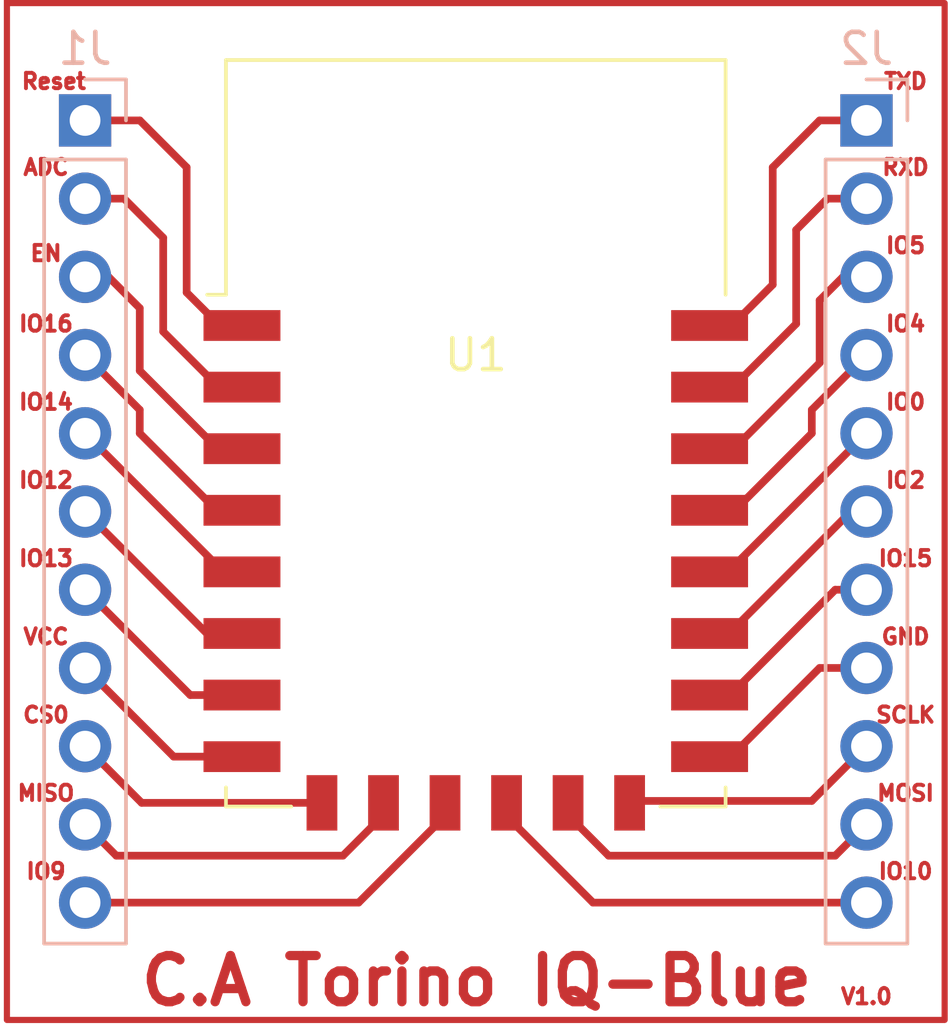
<source format=kicad_pcb>
(kicad_pcb (version 20211014) (generator pcbnew)
  (layers (0 "F.Cu" signal) (31 "B.Cu" signal) (34 "B.Paste" user) (35 "F.Paste" user) (36 "B.SilkS" user "B.Silkscreen") (37 "F.SilkS" user "F.Silkscreen") (38 "B.Mask" user) (39 "F.Mask" user) (44 "Edge.Cuts" user))
  (net 0 "")
  (net 1 "Net-(J1-Pad1)")
  (net 2 "Net-(J3-Pad1)")
  (net 3 "Net-(J2-Pad1)")
  (net 4 "Net-(J10-Pad1)")
  (net 5 "Net-(J12-Pad1)")
  (net 6 "Net-(J14-Pad1)")
  (net 7 "Net-(J13-Pad1)")
  (net 8 "VCC")
  (net 9 "Net-(J4-Pad1)")
  (net 10 "Net-(J5-Pad1)")
  (net 11 "Net-(J6-Pad1)")
  (net 12 "Net-(J7-Pad1)")
  (net 13 "Net-(J8-Pad1)")
  (net 14 "Net-(J9-Pad1)")
  (net 15 "GND")
  (net 16 "Net-(J11-Pad1)")
  (net 17 "Net-(J18-Pad1)")
  (net 18 "Net-(J20-Pad1)")
  (net 19 "Net-(J16-Pad1)")
  (net 20 "Net-(J15-Pad1)")
  (net 21 "Net-(J17-Pad1)")
  (net 22 "Net-(J19-Pad1)")
  (footprint "RF_Module:ESP-12E" (layer "F.Cu") (at 137.16 99.06)
    (fp_text reference "U1" (at 0 -2.54) (layer "F.SilkS"))
    (fp_text value "ESP-12F")
    (fp_line (start 8.12 11.5) (end 8.12 12.12) (layer "F.SilkS") (width 0.12))
    (fp_line (start 8.12 -12.12) (end 8.12 -4.5) (layer "F.SilkS") (width 0.12))
    (fp_line (start -8.12 -12.12) (end 8.12 -12.12) (layer "F.SilkS") (width 0.12))
    (fp_line (start -8.12 -4.5) (end -8.12 -12.12) (layer "F.SilkS") (width 0.12))
    (fp_line (start -6 12.12) (end -8.12 12.12) (layer "F.SilkS") (width 0.12))
    (fp_line (start -8.12 12.12) (end -8.12 11.5) (layer "F.SilkS") (width 0.12))
    (fp_line (start -8.12 -4.5) (end -8.73 -4.5) (layer "F.SilkS") (width 0.12))
    (fp_line (start 8.12 12.12) (end 6 12.12) (layer "F.SilkS") (width 0.12))
    (pad "1" smd rect (at -7.6 -3.5) (size 2.5 1) (layers "F.Cu" "F.Paste" "F.Mask") (net 1 "Net-(J1-Pad1)"))
    (pad "2" smd rect (at -7.6 -1.5) (size 2.5 1) (layers "F.Cu" "F.Paste" "F.Mask") (net 2 "Net-(J3-Pad1)"))
    (pad "3" smd rect (at -7.6 0.5) (size 2.5 1) (layers "F.Cu" "F.Paste" "F.Mask") (net 3 "Net-(J2-Pad1)"))
    (pad "4" smd rect (at -7.6 2.5) (size 2.5 1) (layers "F.Cu" "F.Paste" "F.Mask") (net 4 "Net-(J10-Pad1)"))
    (pad "5" smd rect (at -7.6 4.5) (size 2.5 1) (layers "F.Cu" "F.Paste" "F.Mask") (net 5 "Net-(J12-Pad1)"))
    (pad "6" smd rect (at -7.6 6.5) (size 2.5 1) (layers "F.Cu" "F.Paste" "F.Mask") (net 6 "Net-(J14-Pad1)"))
    (pad "7" smd rect (at -7.6 8.5) (size 2.5 1) (layers "F.Cu" "F.Paste" "F.Mask") (net 7 "Net-(J13-Pad1)"))
    (pad "8" smd rect (at -7.6 10.5) (size 2.5 1) (layers "F.Cu" "F.Paste" "F.Mask") (net 8 "VCC"))
    (pad "9" smd rect (at -5 12) (size 1 1.8) (layers "F.Cu" "F.Paste" "F.Mask") (net 9 "Net-(J4-Pad1)"))
    (pad "10" smd rect (at -3 12) (size 1 1.8) (layers "F.Cu" "F.Paste" "F.Mask") (net 10 "Net-(J5-Pad1)"))
    (pad "11" smd rect (at -1 12) (size 1 1.8) (layers "F.Cu" "F.Paste" "F.Mask") (net 11 "Net-(J6-Pad1)"))
    (pad "12" smd rect (at 1 12) (size 1 1.8) (layers "F.Cu" "F.Paste" "F.Mask") (net 12 "Net-(J7-Pad1)"))
    (pad "13" smd rect (at 3 12) (size 1 1.8) (layers "F.Cu" "F.Paste" "F.Mask") (net 13 "Net-(J8-Pad1)"))
    (pad "14" smd rect (at 5 12) (size 1 1.8) (layers "F.Cu" "F.Paste" "F.Mask") (net 14 "Net-(J9-Pad1)"))
    (pad "15" smd rect (at 7.6 10.5) (size 2.5 1) (layers "F.Cu" "F.Paste" "F.Mask") (net 15 "GND"))
    (pad "16" smd rect (at 7.6 8.5) (size 2.5 1) (layers "F.Cu" "F.Paste" "F.Mask") (net 16 "Net-(J11-Pad1)"))
    (pad "17" smd rect (at 7.6 6.5) (size 2.5 1) (layers "F.Cu" "F.Paste" "F.Mask") (net 17 "Net-(J18-Pad1)"))
    (pad "18" smd rect (at 7.6 4.5) (size 2.5 1) (layers "F.Cu" "F.Paste" "F.Mask") (net 18 "Net-(J20-Pad1)"))
    (pad "19" smd rect (at 7.6 2.5) (size 2.5 1) (layers "F.Cu" "F.Paste" "F.Mask") (net 19 "Net-(J16-Pad1)"))
    (pad "20" smd rect (at 7.6 0.5) (size 2.5 1) (layers "F.Cu" "F.Paste" "F.Mask") (net 20 "Net-(J15-Pad1)"))
    (pad "21" smd rect (at 7.6 -1.5) (size 2.5 1) (layers "F.Cu" "F.Paste" "F.Mask") (net 21 "Net-(J17-Pad1)"))
    (pad "22" smd rect (at 7.6 -3.5) (size 2.5 1) (layers "F.Cu" "F.Paste" "F.Mask") (net 22 "Net-(J19-Pad1)"))
  )
  (footprint "Connector_PinHeader_2.54mm:PinHeader_1x11_P2.54mm_Vertical" (layer "B.Cu") (at 149.86 88.9 180)
    (fp_text reference "J2" (at 0 2.33) (layer "B.SilkS") (effects (justify mirror)))
    (fp_text value "")
    (fp_line (start -1.33 -1.27) (end -1.33 -26.73) (layer "B.SilkS") (width 0.12))
    (fp_line (start -1.33 1.33) (end 0 1.33) (layer "B.SilkS") (width 0.12))
    (fp_line (start -1.33 0) (end -1.33 1.33) (layer "B.SilkS") (width 0.12))
    (fp_line (start 1.33 -1.27) (end 1.33 -26.73) (layer "B.SilkS") (width 0.12))
    (fp_line (start -1.33 -1.27) (end 1.33 -1.27) (layer "B.SilkS") (width 0.12))
    (fp_line (start -1.33 -26.73) (end 1.33 -26.73) (layer "B.SilkS") (width 0.12))
    (pad "1" thru_hole rect (at 0 0 180) (size 1.7 1.7) (drill 1) (layers *.Cu *.Mask))
    (pad "2" thru_hole oval (at 0 -2.54 180) (size 1.7 1.7) (drill 1) (layers *.Cu *.Mask))
    (pad "3" thru_hole oval (at 0 -5.08 180) (size 1.7 1.7) (drill 1) (layers *.Cu *.Mask))
    (pad "4" thru_hole oval (at 0 -7.62 180) (size 1.7 1.7) (drill 1) (layers *.Cu *.Mask))
    (pad "5" thru_hole oval (at 0 -10.16 180) (size 1.7 1.7) (drill 1) (layers *.Cu *.Mask))
    (pad "6" thru_hole oval (at 0 -12.7 180) (size 1.7 1.7) (drill 1) (layers *.Cu *.Mask))
    (pad "7" thru_hole oval (at 0 -15.24 180) (size 1.7 1.7) (drill 1) (layers *.Cu *.Mask))
    (pad "8" thru_hole oval (at 0 -17.78 180) (size 1.7 1.7) (drill 1) (layers *.Cu *.Mask))
    (pad "9" thru_hole oval (at 0 -20.32 180) (size 1.7 1.7) (drill 1) (layers *.Cu *.Mask))
    (pad "10" thru_hole oval (at 0 -22.86 180) (size 1.7 1.7) (drill 1) (layers *.Cu *.Mask))
    (pad "11" thru_hole oval (at 0 -25.4 180) (size 1.7 1.7) (drill 1) (layers *.Cu *.Mask))
  )
  (footprint "Connector_PinHeader_2.54mm:PinHeader_1x11_P2.54mm_Vertical" (layer "B.Cu") (at 124.46 88.9 180)
    (fp_text reference "J1" (at 0 2.33) (layer "B.SilkS") (effects (justify mirror)))
    (fp_text value "")
    (fp_line (start -1.33 0) (end -1.33 1.33) (layer "B.SilkS") (width 0.12))
    (fp_line (start -1.33 -1.27) (end 1.33 -1.27) (layer "B.SilkS") (width 0.12))
    (fp_line (start -1.33 -26.73) (end 1.33 -26.73) (layer "B.SilkS") (width 0.12))
    (fp_line (start -1.33 1.33) (end 0 1.33) (layer "B.SilkS") (width 0.12))
    (fp_line (start -1.33 -1.27) (end -1.33 -26.73) (layer "B.SilkS") (width 0.12))
    (fp_line (start 1.33 -1.27) (end 1.33 -26.73) (layer "B.SilkS") (width 0.12))
    (pad "1" thru_hole rect (at 0 0 180) (size 1.7 1.7) (drill 1) (layers *.Cu *.Mask))
    (pad "2" thru_hole oval (at 0 -2.54 180) (size 1.7 1.7) (drill 1) (layers *.Cu *.Mask))
    (pad "3" thru_hole oval (at 0 -5.08 180) (size 1.7 1.7) (drill 1) (layers *.Cu *.Mask))
    (pad "4" thru_hole oval (at 0 -7.62 180) (size 1.7 1.7) (drill 1) (layers *.Cu *.Mask))
    (pad "5" thru_hole oval (at 0 -10.16 180) (size 1.7 1.7) (drill 1) (layers *.Cu *.Mask))
    (pad "6" thru_hole oval (at 0 -12.7 180) (size 1.7 1.7) (drill 1) (layers *.Cu *.Mask))
    (pad "7" thru_hole oval (at 0 -15.24 180) (size 1.7 1.7) (drill 1) (layers *.Cu *.Mask))
    (pad "8" thru_hole oval (at 0 -17.78 180) (size 1.7 1.7) (drill 1) (layers *.Cu *.Mask))
    (pad "9" thru_hole oval (at 0 -20.32 180) (size 1.7 1.7) (drill 1) (layers *.Cu *.Mask))
    (pad "10" thru_hole oval (at 0 -22.86 180) (size 1.7 1.7) (drill 1) (layers *.Cu *.Mask))
    (pad "11" thru_hole oval (at 0 -25.4 180) (size 1.7 1.7) (drill 1) (layers *.Cu *.Mask))
  )
  (gr_rect (start 121.92 85.09) (end 152.4 118.11) (layer "F.Cu") (width 0.2) (fill none))
  (gr_text "IO15" (at 151.13 103.124) (layer "F.Cu") (effects (font (size 0.5 0.5) (thickness 0.125))))
  (gr_text "RXD" (at 151.13 90.424) (layer "F.Cu") (effects (font (size 0.5 0.5) (thickness 0.125))))
  (gr_text "IO16" (at 123.19 95.504) (layer "F.Cu") (effects (font (size 0.5 0.5) (thickness 0.125))))
  (gr_text "ADC" (at 123.19 90.424) (layer "F.Cu") (effects (font (size 0.5 0.5) (thickness 0.125))))
  (gr_text "IO0" (at 151.13 98.044) (layer "F.Cu") (effects (font (size 0.5 0.5) (thickness 0.125))))
  (gr_text "IO9" (at 123.19 113.284) (layer "F.Cu") (effects (font (size 0.5 0.5) (thickness 0.125))))
  (gr_text "EN" (at 123.19 93.218) (layer "F.Cu") (effects (font (size 0.5 0.5) (thickness 0.125))))
  (gr_text "Reset" (at 123.444 87.63) (layer "F.Cu") (effects (font (size 0.5 0.5) (thickness 0.125))))
  (gr_text "SCLK" (at 151.13 108.204) (layer "F.Cu") (effects (font (size 0.5 0.5) (thickness 0.125))))
  (gr_text "IQ-Blue" (at 143.51 116.84) (layer "F.Cu") (effects (font (size 1.5 1.5) (thickness 0.3))))
  (gr_text "MISO" (at 123.19 110.744) (layer "F.Cu") (effects (font (size 0.5 0.5) (thickness 0.125))))
  (gr_text "MOSI" (at 151.13 110.744) (layer "F.Cu") (effects (font (size 0.5 0.5) (thickness 0.125))))
  (gr_text "V1.0" (at 149.86 117.348) (layer "F.Cu") (effects (font (size 0.5 0.5) (thickness 0.125))))
  (gr_text "TXD" (at 151.13 87.63) (layer "F.Cu") (effects (font (size 0.5 0.5) (thickness 0.125))))
  (gr_text "IO4" (at 151.13 95.504) (layer "F.Cu") (effects (font (size 0.5 0.5) (thickness 0.125))))
  (gr_text "VCC" (at 123.19 105.664) (layer "F.Cu") (effects (font (size 0.5 0.5) (thickness 0.125))))
  (gr_text "CS0" (at 123.19 108.204) (layer "F.Cu") (effects (font (size 0.5 0.5) (thickness 0.125))))
  (gr_text "IO5" (at 151.13 92.964) (layer "F.Cu") (effects (font (size 0.5 0.5) (thickness 0.125))))
  (gr_text "IO12" (at 123.19 100.584) (layer "F.Cu") (effects (font (size 0.5 0.5) (thickness 0.125))))
  (gr_text "IO2" (at 151.13 100.584) (layer "F.Cu") (effects (font (size 0.5 0.5) (thickness 0.125))))
  (gr_text "IO14" (at 123.19 98.044) (layer "F.Cu") (effects (font (size 0.5 0.5) (thickness 0.125))))
  (gr_text "GND" (at 151.13 105.664) (layer "F.Cu") (effects (font (size 0.5 0.5) (thickness 0.125))))
  (gr_text "IO10" (at 151.13 113.284) (layer "F.Cu") (effects (font (size 0.5 0.5) (thickness 0.125))))
  (gr_text "IO13" (at 123.19 103.124) (layer "F.Cu") (effects (font (size 0.5 0.5) (thickness 0.125))))
  (gr_text "C.A Torino" (at 132.08 116.84) (layer "F.Cu") (effects (font (size 1.5 1.5) (thickness 0.3))))
  (segment (start 127.762 94.488) (end 127.762 90.424) (width 0.25) (layer "F.Cu") (net 1))
  (segment (start 127.762 90.424) (end 126.238 88.9) (width 0.25) (layer "F.Cu") (net 1))
  (segment (start 129.56 95.56) (end 128.834 95.56) (width 0.25) (layer "F.Cu") (net 1))
  (segment (start 126.238 88.9) (end 124.46 88.9) (width 0.25) (layer "F.Cu") (net 1))
  (segment (start 128.834 95.56) (end 127.762 94.488) (width 0.25) (layer "F.Cu") (net 1))
  (segment (start 129.56 95.56) (end 128.81 95.56) (width 0.25) (layer "F.Cu") (net 1))
  (segment (start 127 95.758) (end 127 92.71) (width 0.25) (layer "F.Cu") (net 2))
  (segment (start 129.56 97.56) (end 128.802 97.56) (width 0.25) (layer "F.Cu") (net 2))
  (segment (start 125.73 91.44) (end 124.46 91.44) (width 0.25) (layer "F.Cu") (net 2))
  (segment (start 127 92.71) (end 125.73 91.44) (width 0.25) (layer "F.Cu") (net 2))
  (segment (start 128.802 97.56) (end 127 95.758) (width 0.25) (layer "F.Cu") (net 2))
  (segment (start 126.238 97.028) (end 126.238 94.996) (width 0.25) (layer "F.Cu") (net 3))
  (segment (start 128.77 99.56) (end 126.238 97.028) (width 0.25) (layer "F.Cu") (net 3))
  (segment (start 126.238 94.996) (end 125.222 93.98) (width 0.25) (layer "F.Cu") (net 3))
  (segment (start 129.56 99.56) (end 128.77 99.56) (width 0.25) (layer "F.Cu") (net 3))
  (segment (start 125.222 93.98) (end 124.46 93.98) (width 0.25) (layer "F.Cu") (net 3))
  (segment (start 126.238 99.06) (end 126.238 98.298) (width 0.25) (layer "F.Cu") (net 4))
  (segment (start 128.738 101.56) (end 126.238 99.06) (width 0.25) (layer "F.Cu") (net 4))
  (segment (start 126.238 98.298) (end 124.46 96.52) (width 0.25) (layer "F.Cu") (net 4))
  (segment (start 129.56 101.56) (end 128.738 101.56) (width 0.25) (layer "F.Cu") (net 4))
  (segment (start 129.56 103.56) (end 128.96 103.56) (width 0.25) (layer "F.Cu") (net 5))
  (segment (start 128.96 103.56) (end 124.46 99.06) (width 0.25) (layer "F.Cu") (net 5))
  (segment (start 128.42 105.56) (end 124.46 101.6) (width 0.25) (layer "F.Cu") (net 6))
  (segment (start 129.56 105.56) (end 128.42 105.56) (width 0.25) (layer "F.Cu") (net 6))
  (segment (start 127.88 107.56) (end 124.46 104.14) (width 0.25) (layer "F.Cu") (net 7))
  (segment (start 129.56 107.56) (end 127.88 107.56) (width 0.25) (layer "F.Cu") (net 7))
  (segment (start 127.34 109.56) (end 124.46 106.68) (width 0.25) (layer "F.Cu") (net 8))
  (segment (start 129.56 109.56) (end 127.34 109.56) (width 0.25) (layer "F.Cu") (net 8))
  (segment (start 132.16 111.06) (end 126.3 111.06) (width 0.25) (layer "F.Cu") (net 9))
  (segment (start 126.3 111.06) (end 124.46 109.22) (width 0.25) (layer "F.Cu") (net 9))
  (segment (start 134.16 111.06) (end 134.16 111.458) (width 0.25) (layer "F.Cu") (net 10))
  (segment (start 134.16 111.458) (end 132.842 112.776) (width 0.25) (layer "F.Cu") (net 10))
  (segment (start 125.476 112.776) (end 124.46 111.76) (width 0.25) (layer "F.Cu") (net 10))
  (segment (start 132.842 112.776) (end 125.476 112.776) (width 0.25) (layer "F.Cu") (net 10))
  (segment (start 133.35 114.3) (end 124.46 114.3) (width 0.25) (layer "F.Cu") (net 11))
  (segment (start 136.16 111.49) (end 133.35 114.3) (width 0.25) (layer "F.Cu") (net 11))
  (segment (start 136.16 111.06) (end 136.16 111.49) (width 0.25) (layer "F.Cu") (net 11))
  (segment (start 138.16 111.49) (end 140.97 114.3) (width 0.25) (layer "F.Cu") (net 12))
  (segment (start 138.16 111.06) (end 138.16 111.49) (width 0.25) (layer "F.Cu") (net 12))
  (segment (start 140.97 114.3) (end 149.86 114.3) (width 0.25) (layer "F.Cu") (net 12))
  (segment (start 140.16 111.458) (end 141.478 112.776) (width 0.25) (layer "F.Cu") (net 13))
  (segment (start 141.478 112.776) (end 148.844 112.776) (width 0.25) (layer "F.Cu") (net 13))
  (segment (start 148.844 112.776) (end 149.86 111.76) (width 0.25) (layer "F.Cu") (net 13))
  (segment (start 140.16 111.06) (end 140.16 111.458) (width 0.25) (layer "F.Cu") (net 13))
  (segment (start 142.16 111.06) (end 142.222 110.998) (width 0.25) (layer "F.Cu") (net 14))
  (segment (start 148.082 110.998) (end 149.86 109.22) (width 0.25) (layer "F.Cu") (net 14))
  (segment (start 142.222 110.998) (end 148.082 110.998) (width 0.25) (layer "F.Cu") (net 14))
  (segment (start 145.456 109.56) (end 148.336 106.68) (width 0.25) (layer "F.Cu") (net 15))
  (segment (start 148.336 106.68) (end 149.86 106.68) (width 0.25) (layer "F.Cu") (net 15))
  (segment (start 144.76 109.56) (end 145.456 109.56) (width 0.25) (layer "F.Cu") (net 15))
  (segment (start 148.844 104.14) (end 149.86 104.14) (width 0.25) (layer "F.Cu") (net 16))
  (segment (start 145.424 107.56) (end 148.844 104.14) (width 0.25) (layer "F.Cu") (net 16))
  (segment (start 144.76 107.56) (end 145.424 107.56) (width 0.25) (layer "F.Cu") (net 16))
  (segment (start 145.392 105.56) (end 149.352 101.6) (width 0.25) (layer "F.Cu") (net 17))
  (segment (start 149.352 101.6) (end 149.86 101.6) (width 0.25) (layer "F.Cu") (net 17))
  (segment (start 144.76 105.56) (end 145.392 105.56) (width 0.25) (layer "F.Cu") (net 17))
  (segment (start 145.36 103.56) (end 149.86 99.06) (width 0.25) (layer "F.Cu") (net 18))
  (segment (start 144.76 103.56) (end 145.36 103.56) (width 0.25) (layer "F.Cu") (net 18))
  (segment (start 144.76 101.56) (end 145.582 101.56) (width 0.25) (layer "F.Cu") (net 19))
  (segment (start 148.082 99.06) (end 148.082 98.298) (width 0.25) (layer "F.Cu") (net 19))
  (segment (start 145.582 101.56) (end 148.082 99.06) (width 0.25) (layer "F.Cu") (net 19))
  (segment (start 148.082 98.298) (end 149.86 96.52) (width 0.25) (layer "F.Cu") (net 19))
  (segment (start 145.55 99.56) (end 148.336 96.774) (width 0.25) (layer "F.Cu") (net 20))
  (segment (start 149.098 93.98) (end 149.86 93.98) (width 0.25) (layer "F.Cu") (net 20))
  (segment (start 144.76 99.56) (end 145.55 99.56) (width 0.25) (layer "F.Cu") (net 20))
  (segment (start 148.336 96.774) (end 148.336 94.742) (width 0.25) (layer "F.Cu") (net 20))
  (segment (start 148.336 94.742) (end 149.098 93.98) (width 0.25) (layer "F.Cu") (net 20))
  (segment (start 145.518 97.56) (end 147.574 95.504) (width 0.25) (layer "F.Cu") (net 21))
  (segment (start 144.76 97.56) (end 145.518 97.56) (width 0.25) (layer "F.Cu") (net 21))
  (segment (start 147.574 92.456) (end 148.59 91.44) (width 0.25) (layer "F.Cu") (net 21))
  (segment (start 148.59 91.44) (end 149.86 91.44) (width 0.25) (layer "F.Cu") (net 21))
  (segment (start 147.574 95.504) (end 147.574 92.456) (width 0.25) (layer "F.Cu") (net 21))
  (segment (start 144.76 95.56) (end 145.486 95.56) (width 0.25) (layer "F.Cu") (net 22))
  (segment (start 146.812 90.424) (end 148.336 88.9) (width 0.25) (layer "F.Cu") (net 22))
  (segment (start 146.812 94.234) (end 146.812 90.424) (width 0.25) (layer "F.Cu") (net 22))
  (segment (start 148.336 88.9) (end 149.86 88.9) (width 0.25) (layer "F.Cu") (net 22))
  (segment (start 145.486 95.56) (end 146.812 94.234) (width 0.25) (layer "F.Cu") (net 22))
)
</source>
